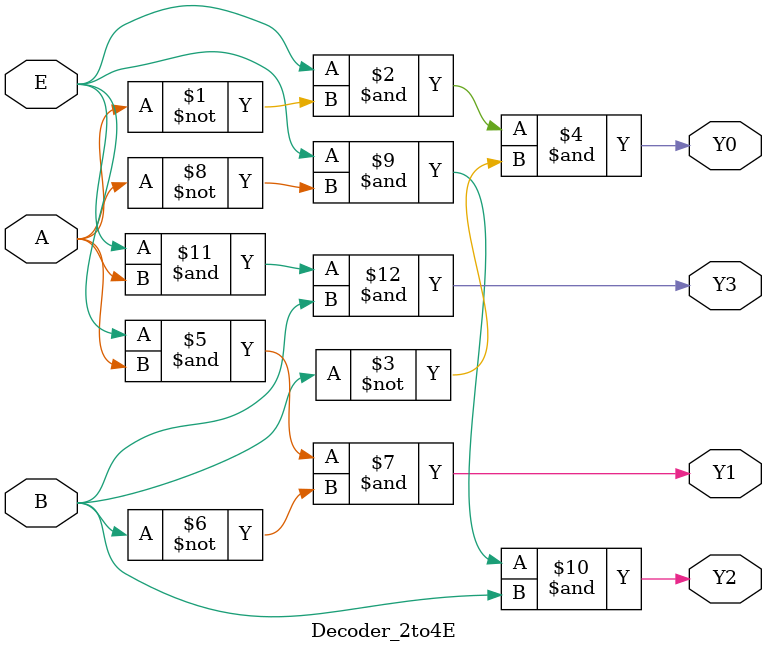
<source format=v>
`timescale 1ns / 1ps


module Decoder_2to4E(
    input E,
    input A,
    input B,
    output Y0,
    output Y1,
    output Y2,
    output Y3
    );
    
    assign Y0 = E & (~A) & (~B);
    assign Y1 = E & (A) & (~B);
    assign Y2 = E & (~A) & (B);
    assign Y3 = E & (A) & (B);
    
endmodule

</source>
